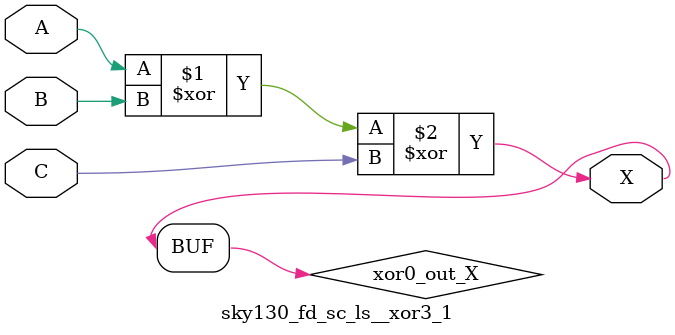
<source format=v>
module sky130_fd_sc_ls__xor3_1 (
    X,
    A,
    B,
    C
);
    output X;
    input  A;
    input  B;
    input  C;
    wire xor0_out_X;
    xor xor0 (xor0_out_X, A, B, C        );
    buf buf0 (X         , xor0_out_X     );
endmodule
</source>
